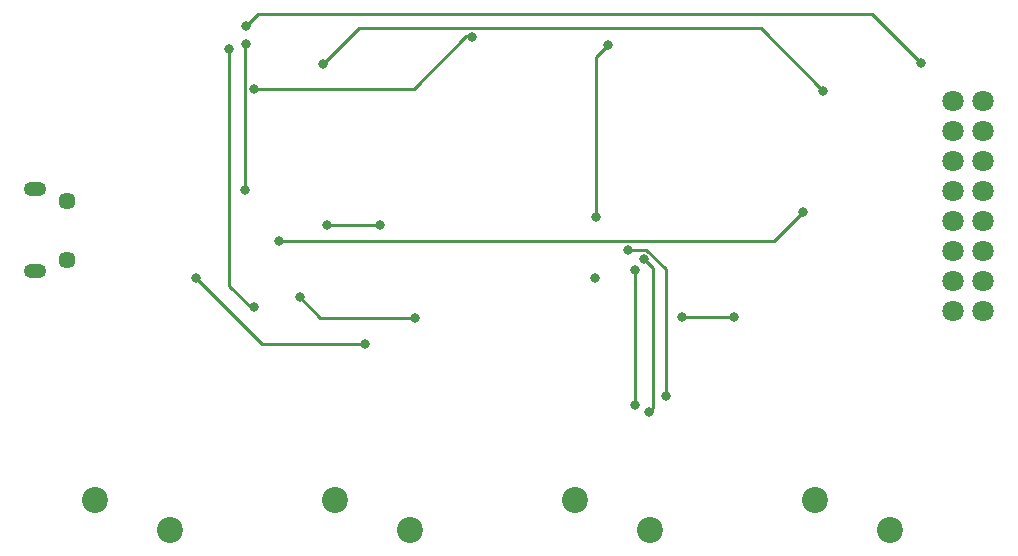
<source format=gbl>
G04 #@! TF.GenerationSoftware,KiCad,Pcbnew,(6.0.7)*
G04 #@! TF.CreationDate,2022-09-30T23:13:53-04:00*
G04 #@! TF.ProjectId,SH_controller_p,53485f63-6f6e-4747-926f-6c6c65725f70,rev?*
G04 #@! TF.SameCoordinates,Original*
G04 #@! TF.FileFunction,Copper,L2,Bot*
G04 #@! TF.FilePolarity,Positive*
%FSLAX46Y46*%
G04 Gerber Fmt 4.6, Leading zero omitted, Abs format (unit mm)*
G04 Created by KiCad (PCBNEW (6.0.7)) date 2022-09-30 23:13:53*
%MOMM*%
%LPD*%
G01*
G04 APERTURE LIST*
G04 #@! TA.AperFunction,ComponentPad*
%ADD10C,1.800000*%
G04 #@! TD*
G04 #@! TA.AperFunction,ComponentPad*
%ADD11C,1.450000*%
G04 #@! TD*
G04 #@! TA.AperFunction,ComponentPad*
%ADD12O,1.900000X1.200000*%
G04 #@! TD*
G04 #@! TA.AperFunction,ComponentPad*
%ADD13C,2.200000*%
G04 #@! TD*
G04 #@! TA.AperFunction,ViaPad*
%ADD14C,0.800000*%
G04 #@! TD*
G04 #@! TA.AperFunction,Conductor*
%ADD15C,0.250000*%
G04 #@! TD*
G04 APERTURE END LIST*
D10*
X153845000Y-63755000D03*
X156385000Y-63755000D03*
X153845000Y-61215000D03*
X156425000Y-61215000D03*
X153845000Y-58675000D03*
X156425000Y-58675000D03*
X153845000Y-56135000D03*
X156385000Y-56135000D03*
X153845000Y-53595000D03*
X156425000Y-53595000D03*
X153845000Y-51055000D03*
X156425000Y-51055000D03*
X153845000Y-48515000D03*
X156385000Y-48515000D03*
X153845000Y-45975000D03*
X156385000Y-45975000D03*
D11*
X78900000Y-59380000D03*
D12*
X76200000Y-53380000D03*
D11*
X78900000Y-54380000D03*
D12*
X76200000Y-60380000D03*
D13*
X101600000Y-79715000D03*
X107950000Y-82255000D03*
X81280000Y-79715000D03*
X87630000Y-82255000D03*
X121920000Y-79715000D03*
X128270000Y-82255000D03*
X142240000Y-79715000D03*
X148590000Y-82255000D03*
D14*
X135370000Y-64270000D03*
X130940000Y-64270000D03*
X129590000Y-70920000D03*
X126330000Y-58544500D03*
X128140000Y-72280000D03*
X127720000Y-59360000D03*
X126990000Y-71660000D03*
X126960000Y-60280000D03*
X124640000Y-41240000D03*
X123640000Y-55790000D03*
X113140000Y-40520000D03*
X123547500Y-60960000D03*
X94680000Y-44900000D03*
X100870000Y-56470000D03*
X105330000Y-56420000D03*
X98570000Y-62570000D03*
X94720000Y-63430000D03*
X108320000Y-64320000D03*
X92620000Y-41570000D03*
X96790000Y-57820000D03*
X141200000Y-55320000D03*
X93900000Y-53520000D03*
X94050000Y-41130000D03*
X142870000Y-45070000D03*
X100560000Y-42850000D03*
X151190000Y-42770000D03*
X94040000Y-39640000D03*
X104130000Y-66550000D03*
X89810000Y-60980000D03*
D15*
X130940000Y-64270000D02*
X135370000Y-64270000D01*
X127929805Y-58544500D02*
X126330000Y-58544500D01*
X129590000Y-70920000D02*
X129590000Y-60204695D01*
X129590000Y-60204695D02*
X127929805Y-58544500D01*
X128480000Y-71940000D02*
X128480000Y-61940000D01*
X128480000Y-60120000D02*
X127720000Y-59360000D01*
X128480000Y-61940000D02*
X128480000Y-60120000D01*
X128140000Y-72280000D02*
X128480000Y-71940000D01*
X126990000Y-60310000D02*
X126960000Y-60280000D01*
X126990000Y-71660000D02*
X126990000Y-60310000D01*
X123640000Y-42240000D02*
X123640000Y-55790000D01*
X113100000Y-40480000D02*
X113140000Y-40520000D01*
X124640000Y-41240000D02*
X123640000Y-42240000D01*
X112660000Y-40480000D02*
X113100000Y-40480000D01*
X94680000Y-44900000D02*
X108240000Y-44900000D01*
X108240000Y-44900000D02*
X112660000Y-40480000D01*
X105280000Y-56470000D02*
X105330000Y-56420000D01*
X100870000Y-56470000D02*
X105280000Y-56470000D01*
X94670000Y-63670000D02*
X94720000Y-63620000D01*
X92620000Y-41570000D02*
X92620000Y-61620000D01*
X94720000Y-63620000D02*
X94720000Y-63430000D01*
X98570000Y-62570000D02*
X100320000Y-64320000D01*
X92620000Y-61620000D02*
X94670000Y-63670000D01*
X100320000Y-64320000D02*
X108320000Y-64320000D01*
X138700000Y-57820000D02*
X141200000Y-55320000D01*
X96790000Y-57820000D02*
X138700000Y-57820000D01*
X94050000Y-41130000D02*
X93900000Y-41280000D01*
X93900000Y-41280000D02*
X93900000Y-53520000D01*
X100560000Y-42850000D02*
X103615000Y-39795000D01*
X137595000Y-39795000D02*
X142870000Y-45070000D01*
X103615000Y-39795000D02*
X137595000Y-39795000D01*
X95070000Y-38610000D02*
X147030000Y-38610000D01*
X147030000Y-38610000D02*
X151190000Y-42770000D01*
X94040000Y-39640000D02*
X95070000Y-38610000D01*
X95380000Y-66550000D02*
X104130000Y-66550000D01*
X89810000Y-60980000D02*
X95380000Y-66550000D01*
M02*

</source>
